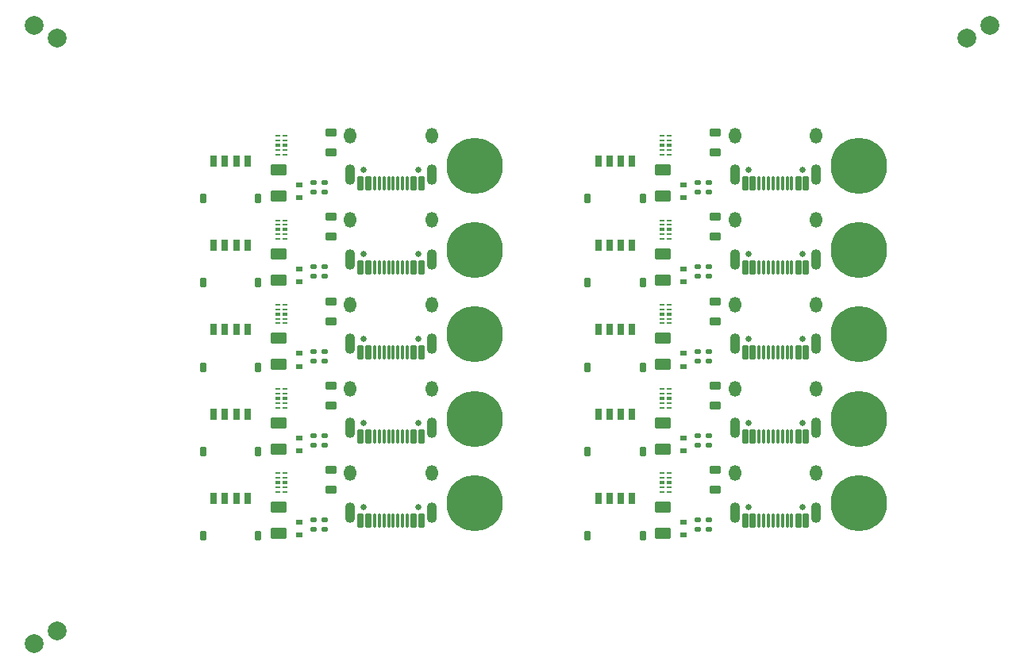
<source format=gts>
G04 #@! TF.GenerationSoftware,KiCad,Pcbnew,7.0.9*
G04 #@! TF.CreationDate,2023-11-11T11:45:37+01:00*
G04 #@! TF.ProjectId,udb-s-panel,7564622d-732d-4706-916e-656c2e6b6963,rev?*
G04 #@! TF.SameCoordinates,Original*
G04 #@! TF.FileFunction,Soldermask,Top*
G04 #@! TF.FilePolarity,Negative*
%FSLAX46Y46*%
G04 Gerber Fmt 4.6, Leading zero omitted, Abs format (unit mm)*
G04 Created by KiCad (PCBNEW 7.0.9) date 2023-11-11 11:45:37*
%MOMM*%
%LPD*%
G01*
G04 APERTURE LIST*
G04 Aperture macros list*
%AMRoundRect*
0 Rectangle with rounded corners*
0 $1 Rounding radius*
0 $2 $3 $4 $5 $6 $7 $8 $9 X,Y pos of 4 corners*
0 Add a 4 corners polygon primitive as box body*
4,1,4,$2,$3,$4,$5,$6,$7,$8,$9,$2,$3,0*
0 Add four circle primitives for the rounded corners*
1,1,$1+$1,$2,$3*
1,1,$1+$1,$4,$5*
1,1,$1+$1,$6,$7*
1,1,$1+$1,$8,$9*
0 Add four rect primitives between the rounded corners*
20,1,$1+$1,$2,$3,$4,$5,0*
20,1,$1+$1,$4,$5,$6,$7,0*
20,1,$1+$1,$6,$7,$8,$9,0*
20,1,$1+$1,$8,$9,$2,$3,0*%
G04 Aperture macros list end*
%ADD10RoundRect,0.135000X0.185000X-0.135000X0.185000X0.135000X-0.185000X0.135000X-0.185000X-0.135000X0*%
%ADD11RoundRect,0.135000X-0.185000X0.135000X-0.185000X-0.135000X0.185000X-0.135000X0.185000X0.135000X0*%
%ADD12C,3.600000*%
%ADD13C,6.000000*%
%ADD14RoundRect,0.218750X-0.381250X0.218750X-0.381250X-0.218750X0.381250X-0.218750X0.381250X0.218750X0*%
%ADD15RoundRect,0.250000X0.625000X-0.375000X0.625000X0.375000X-0.625000X0.375000X-0.625000X-0.375000X0*%
%ADD16RoundRect,0.125000X-0.150000X0.000000X-0.150000X0.000000X0.150000X0.000000X0.150000X0.000000X0*%
%ADD17R,0.550000X0.250000*%
%ADD18R,0.550000X0.300000*%
%ADD19C,2.000000*%
%ADD20C,0.650000*%
%ADD21RoundRect,0.060000X0.240000X0.665000X-0.240000X0.665000X-0.240000X-0.665000X0.240000X-0.665000X0*%
%ADD22RoundRect,0.060000X0.090000X0.665000X-0.090000X0.665000X-0.090000X-0.665000X0.090000X-0.665000X0*%
%ADD23O,1.100000X2.200000*%
%ADD24O,1.300000X1.700000*%
%ADD25R,0.700000X0.600000*%
%ADD26RoundRect,0.100000X-0.250000X-0.400000X0.250000X-0.400000X0.250000X0.400000X-0.250000X0.400000X0*%
%ADD27RoundRect,0.125000X-0.250000X-0.475000X0.250000X-0.475000X0.250000X0.475000X-0.250000X0.475000X0*%
G04 APERTURE END LIST*
D10*
G04 #@! TO.C,R1*
X33517352Y32667505D03*
X33517352Y33687505D03*
G04 #@! TD*
D11*
G04 #@! TO.C,R2*
X73317353Y24687503D03*
X73317353Y23667503D03*
G04 #@! TD*
D12*
G04 #@! TO.C,H1*
X49498602Y26500003D03*
D13*
X49498602Y26500003D03*
G04 #@! TD*
D14*
G04 #@! TO.C,FB1*
X34217352Y48040007D03*
X34217352Y45915007D03*
G04 #@! TD*
D15*
G04 #@! TO.C,F1*
X28617352Y32277505D03*
X28617352Y35077505D03*
G04 #@! TD*
D14*
G04 #@! TO.C,FB1*
X75217353Y57040009D03*
X75217353Y54915009D03*
G04 #@! TD*
D16*
G04 #@! TO.C,U1*
X69532353Y38677505D03*
D17*
X69532353Y38177505D03*
D18*
X69532353Y37677505D03*
D17*
X69532353Y37177505D03*
X69532353Y36677505D03*
X70302353Y36677505D03*
X70302353Y37177505D03*
D18*
X70302353Y37677505D03*
D17*
X70302353Y38177505D03*
X70302353Y38677505D03*
G04 #@! TD*
D12*
G04 #@! TO.C,H1*
X49498602Y35500005D03*
D13*
X49498602Y35500005D03*
G04 #@! TD*
D16*
G04 #@! TO.C,U1*
X28532352Y56677509D03*
D17*
X28532352Y56177509D03*
D18*
X28532352Y55677509D03*
D17*
X28532352Y55177509D03*
X28532352Y54677509D03*
X29302352Y54677509D03*
X29302352Y55177509D03*
D18*
X29302352Y55677509D03*
D17*
X29302352Y56177509D03*
X29302352Y56677509D03*
G04 #@! TD*
D19*
G04 #@! TO.C,KiKit_TO_1*
X2500000Y68500010D03*
G04 #@! TD*
D20*
G04 #@! TO.C,J1*
X84488603Y17050001D03*
X78708603Y17050001D03*
D21*
X84823603Y15605001D03*
X84048603Y15605001D03*
D22*
X82848603Y15605001D03*
X81848603Y15605001D03*
X81348603Y15605001D03*
X80348603Y15605001D03*
D21*
X78373603Y15605001D03*
X79148603Y15605001D03*
D22*
X79848603Y15605001D03*
X80848603Y15605001D03*
X82348603Y15605001D03*
X83348603Y15605001D03*
D23*
X85918603Y16520001D03*
D24*
X85918603Y20700001D03*
D23*
X77278603Y16520001D03*
D24*
X77278603Y20700001D03*
G04 #@! TD*
D20*
G04 #@! TO.C,J1*
X43488602Y44050007D03*
X37708602Y44050007D03*
D21*
X43823602Y42605007D03*
X43048602Y42605007D03*
D22*
X41848602Y42605007D03*
X40848602Y42605007D03*
X40348602Y42605007D03*
X39348602Y42605007D03*
D21*
X37373602Y42605007D03*
X38148602Y42605007D03*
D22*
X38848602Y42605007D03*
X39848602Y42605007D03*
X41348602Y42605007D03*
X42348602Y42605007D03*
D23*
X44918602Y43520007D03*
D24*
X44918602Y47700007D03*
D23*
X36278602Y43520007D03*
D24*
X36278602Y47700007D03*
G04 #@! TD*
D12*
G04 #@! TO.C,H1*
X90498603Y53500009D03*
D13*
X90498603Y53500009D03*
G04 #@! TD*
D16*
G04 #@! TO.C,U1*
X69532353Y47677507D03*
D17*
X69532353Y47177507D03*
D18*
X69532353Y46677507D03*
D17*
X69532353Y46177507D03*
X69532353Y45677507D03*
X70302353Y45677507D03*
X70302353Y46177507D03*
D18*
X70302353Y46677507D03*
D17*
X70302353Y47177507D03*
X70302353Y47677507D03*
G04 #@! TD*
D25*
G04 #@! TO.C,D1*
X71817353Y14077501D03*
X71817353Y15477501D03*
G04 #@! TD*
D15*
G04 #@! TO.C,F1*
X69617353Y32277505D03*
X69617353Y35077505D03*
G04 #@! TD*
D20*
G04 #@! TO.C,J1*
X84488603Y44050007D03*
X78708603Y44050007D03*
D21*
X84823603Y42605007D03*
X84048603Y42605007D03*
D22*
X82848603Y42605007D03*
X81848603Y42605007D03*
X81348603Y42605007D03*
X80348603Y42605007D03*
D21*
X78373603Y42605007D03*
X79148603Y42605007D03*
D22*
X79848603Y42605007D03*
X80848603Y42605007D03*
X82348603Y42605007D03*
X83348603Y42605007D03*
D23*
X85918603Y43520007D03*
D24*
X85918603Y47700007D03*
D23*
X77278603Y43520007D03*
D24*
X77278603Y47700007D03*
G04 #@! TD*
D26*
G04 #@! TO.C,J2*
X20548602Y32000005D03*
D27*
X21698602Y36000005D03*
X22898602Y36000005D03*
X24098602Y36000005D03*
X25298602Y36000005D03*
D26*
X26448602Y32000005D03*
G04 #@! TD*
G04 #@! TO.C,J2*
X61548603Y41000007D03*
D27*
X62698603Y45000007D03*
X63898603Y45000007D03*
X65098603Y45000007D03*
X66298603Y45000007D03*
D26*
X67448603Y41000007D03*
G04 #@! TD*
G04 #@! TO.C,J2*
X20548602Y50000009D03*
D27*
X21698602Y54000009D03*
X22898602Y54000009D03*
X24098602Y54000009D03*
X25298602Y54000009D03*
D26*
X26448602Y50000009D03*
G04 #@! TD*
D14*
G04 #@! TO.C,FB1*
X75217353Y21040001D03*
X75217353Y18915001D03*
G04 #@! TD*
D26*
G04 #@! TO.C,J2*
X20548602Y14000001D03*
D27*
X21698602Y18000001D03*
X22898602Y18000001D03*
X24098602Y18000001D03*
X25298602Y18000001D03*
D26*
X26448602Y14000001D03*
G04 #@! TD*
D10*
G04 #@! TO.C,R1*
X33517352Y14667501D03*
X33517352Y15687501D03*
G04 #@! TD*
D11*
G04 #@! TO.C,R2*
X32317352Y51687509D03*
X32317352Y50667509D03*
G04 #@! TD*
D25*
G04 #@! TO.C,D1*
X71817353Y32077505D03*
X71817353Y33477505D03*
G04 #@! TD*
D20*
G04 #@! TO.C,J1*
X43488602Y35050005D03*
X37708602Y35050005D03*
D21*
X43823602Y33605005D03*
X43048602Y33605005D03*
D22*
X41848602Y33605005D03*
X40848602Y33605005D03*
X40348602Y33605005D03*
X39348602Y33605005D03*
D21*
X37373602Y33605005D03*
X38148602Y33605005D03*
D22*
X38848602Y33605005D03*
X39848602Y33605005D03*
X41348602Y33605005D03*
X42348602Y33605005D03*
D23*
X44918602Y34520005D03*
D24*
X44918602Y38700005D03*
D23*
X36278602Y34520005D03*
D24*
X36278602Y38700005D03*
G04 #@! TD*
D10*
G04 #@! TO.C,R1*
X33517352Y23667503D03*
X33517352Y24687503D03*
G04 #@! TD*
G04 #@! TO.C,R1*
X74517353Y32667505D03*
X74517353Y33687505D03*
G04 #@! TD*
G04 #@! TO.C,R1*
X33517352Y50667509D03*
X33517352Y51687509D03*
G04 #@! TD*
D26*
G04 #@! TO.C,J2*
X61548603Y50000009D03*
D27*
X62698603Y54000009D03*
X63898603Y54000009D03*
X65098603Y54000009D03*
X66298603Y54000009D03*
D26*
X67448603Y50000009D03*
G04 #@! TD*
D10*
G04 #@! TO.C,R1*
X74517353Y41667507D03*
X74517353Y42687507D03*
G04 #@! TD*
D14*
G04 #@! TO.C,FB1*
X34217352Y39040005D03*
X34217352Y36915005D03*
G04 #@! TD*
D16*
G04 #@! TO.C,U1*
X28532352Y47677507D03*
D17*
X28532352Y47177507D03*
D18*
X28532352Y46677507D03*
D17*
X28532352Y46177507D03*
X28532352Y45677507D03*
X29302352Y45677507D03*
X29302352Y46177507D03*
D18*
X29302352Y46677507D03*
D17*
X29302352Y47177507D03*
X29302352Y47677507D03*
G04 #@! TD*
D15*
G04 #@! TO.C,F1*
X69617353Y14277501D03*
X69617353Y17077501D03*
G04 #@! TD*
D12*
G04 #@! TO.C,H1*
X90498603Y26500003D03*
D13*
X90498603Y26500003D03*
G04 #@! TD*
D20*
G04 #@! TO.C,J1*
X84488603Y35050005D03*
X78708603Y35050005D03*
D21*
X84823603Y33605005D03*
X84048603Y33605005D03*
D22*
X82848603Y33605005D03*
X81848603Y33605005D03*
X81348603Y33605005D03*
X80348603Y33605005D03*
D21*
X78373603Y33605005D03*
X79148603Y33605005D03*
D22*
X79848603Y33605005D03*
X80848603Y33605005D03*
X82348603Y33605005D03*
X83348603Y33605005D03*
D23*
X85918603Y34520005D03*
D24*
X85918603Y38700005D03*
D23*
X77278603Y34520005D03*
D24*
X77278603Y38700005D03*
G04 #@! TD*
D10*
G04 #@! TO.C,R1*
X33517352Y41667507D03*
X33517352Y42687507D03*
G04 #@! TD*
D25*
G04 #@! TO.C,D1*
X30817352Y50077509D03*
X30817352Y51477509D03*
G04 #@! TD*
D11*
G04 #@! TO.C,R2*
X32317352Y33687505D03*
X32317352Y32667505D03*
G04 #@! TD*
G04 #@! TO.C,R2*
X73317353Y15687501D03*
X73317353Y14667501D03*
G04 #@! TD*
D25*
G04 #@! TO.C,D1*
X30817352Y32077505D03*
X30817352Y33477505D03*
G04 #@! TD*
D11*
G04 #@! TO.C,R2*
X32317352Y24687503D03*
X32317352Y23667503D03*
G04 #@! TD*
D19*
G04 #@! TO.C,KiKit_FID_T_2*
X101997204Y67150010D03*
G04 #@! TD*
D11*
G04 #@! TO.C,R2*
X32317352Y15687501D03*
X32317352Y14667501D03*
G04 #@! TD*
G04 #@! TO.C,R2*
X73317353Y51687509D03*
X73317353Y50667509D03*
G04 #@! TD*
D14*
G04 #@! TO.C,FB1*
X34217352Y21040001D03*
X34217352Y18915001D03*
G04 #@! TD*
D16*
G04 #@! TO.C,U1*
X69532353Y29677503D03*
D17*
X69532353Y29177503D03*
D18*
X69532353Y28677503D03*
D17*
X69532353Y28177503D03*
X69532353Y27677503D03*
X70302353Y27677503D03*
X70302353Y28177503D03*
D18*
X70302353Y28677503D03*
D17*
X70302353Y29177503D03*
X70302353Y29677503D03*
G04 #@! TD*
D11*
G04 #@! TO.C,R2*
X73317353Y42687507D03*
X73317353Y41667507D03*
G04 #@! TD*
D25*
G04 #@! TO.C,D1*
X30817352Y41077507D03*
X30817352Y42477507D03*
G04 #@! TD*
D10*
G04 #@! TO.C,R1*
X74517353Y23667503D03*
X74517353Y24687503D03*
G04 #@! TD*
D19*
G04 #@! TO.C,KiKit_FID_T_1*
X5000000Y67150010D03*
G04 #@! TD*
D15*
G04 #@! TO.C,F1*
X28617352Y14277501D03*
X28617352Y17077501D03*
G04 #@! TD*
D26*
G04 #@! TO.C,J2*
X20548602Y41000007D03*
D27*
X21698602Y45000007D03*
X22898602Y45000007D03*
X24098602Y45000007D03*
X25298602Y45000007D03*
D26*
X26448602Y41000007D03*
G04 #@! TD*
D20*
G04 #@! TO.C,J1*
X84488603Y53050009D03*
X78708603Y53050009D03*
D21*
X84823603Y51605009D03*
X84048603Y51605009D03*
D22*
X82848603Y51605009D03*
X81848603Y51605009D03*
X81348603Y51605009D03*
X80348603Y51605009D03*
D21*
X78373603Y51605009D03*
X79148603Y51605009D03*
D22*
X79848603Y51605009D03*
X80848603Y51605009D03*
X82348603Y51605009D03*
X83348603Y51605009D03*
D23*
X85918603Y52520009D03*
D24*
X85918603Y56700009D03*
D23*
X77278603Y52520009D03*
D24*
X77278603Y56700009D03*
G04 #@! TD*
D16*
G04 #@! TO.C,U1*
X28532352Y29677503D03*
D17*
X28532352Y29177503D03*
D18*
X28532352Y28677503D03*
D17*
X28532352Y28177503D03*
X28532352Y27677503D03*
X29302352Y27677503D03*
X29302352Y28177503D03*
D18*
X29302352Y28677503D03*
D17*
X29302352Y29177503D03*
X29302352Y29677503D03*
G04 #@! TD*
D26*
G04 #@! TO.C,J2*
X61548603Y32000005D03*
D27*
X62698603Y36000005D03*
X63898603Y36000005D03*
X65098603Y36000005D03*
X66298603Y36000005D03*
D26*
X67448603Y32000005D03*
G04 #@! TD*
D12*
G04 #@! TO.C,H1*
X49498602Y17500001D03*
D13*
X49498602Y17500001D03*
G04 #@! TD*
D15*
G04 #@! TO.C,F1*
X28617352Y50277509D03*
X28617352Y53077509D03*
G04 #@! TD*
D26*
G04 #@! TO.C,J2*
X61548603Y23000003D03*
D27*
X62698603Y27000003D03*
X63898603Y27000003D03*
X65098603Y27000003D03*
X66298603Y27000003D03*
D26*
X67448603Y23000003D03*
G04 #@! TD*
D15*
G04 #@! TO.C,F1*
X69617353Y41277507D03*
X69617353Y44077507D03*
G04 #@! TD*
D20*
G04 #@! TO.C,J1*
X43488602Y26050003D03*
X37708602Y26050003D03*
D21*
X43823602Y24605003D03*
X43048602Y24605003D03*
D22*
X41848602Y24605003D03*
X40848602Y24605003D03*
X40348602Y24605003D03*
X39348602Y24605003D03*
D21*
X37373602Y24605003D03*
X38148602Y24605003D03*
D22*
X38848602Y24605003D03*
X39848602Y24605003D03*
X41348602Y24605003D03*
X42348602Y24605003D03*
D23*
X44918602Y25520003D03*
D24*
X44918602Y29700003D03*
D23*
X36278602Y25520003D03*
D24*
X36278602Y29700003D03*
G04 #@! TD*
D20*
G04 #@! TO.C,J1*
X43488602Y53050009D03*
X37708602Y53050009D03*
D21*
X43823602Y51605009D03*
X43048602Y51605009D03*
D22*
X41848602Y51605009D03*
X40848602Y51605009D03*
X40348602Y51605009D03*
X39348602Y51605009D03*
D21*
X37373602Y51605009D03*
X38148602Y51605009D03*
D22*
X38848602Y51605009D03*
X39848602Y51605009D03*
X41348602Y51605009D03*
X42348602Y51605009D03*
D23*
X44918602Y52520009D03*
D24*
X44918602Y56700009D03*
D23*
X36278602Y52520009D03*
D24*
X36278602Y56700009D03*
G04 #@! TD*
D12*
G04 #@! TO.C,H1*
X49498602Y53500009D03*
D13*
X49498602Y53500009D03*
G04 #@! TD*
D12*
G04 #@! TO.C,H1*
X90498603Y35500005D03*
D13*
X90498603Y35500005D03*
G04 #@! TD*
D14*
G04 #@! TO.C,FB1*
X75217353Y39040005D03*
X75217353Y36915005D03*
G04 #@! TD*
D25*
G04 #@! TO.C,D1*
X71817353Y41077507D03*
X71817353Y42477507D03*
G04 #@! TD*
D14*
G04 #@! TO.C,FB1*
X75217353Y30040003D03*
X75217353Y27915003D03*
G04 #@! TD*
D10*
G04 #@! TO.C,R1*
X74517353Y14667501D03*
X74517353Y15687501D03*
G04 #@! TD*
D19*
G04 #@! TO.C,KiKit_FID_T_3*
X5000000Y3850000D03*
G04 #@! TD*
G04 #@! TO.C,KiKit_TO_2*
X104497204Y68500010D03*
G04 #@! TD*
D26*
G04 #@! TO.C,J2*
X20548602Y23000003D03*
D27*
X21698602Y27000003D03*
X22898602Y27000003D03*
X24098602Y27000003D03*
X25298602Y27000003D03*
D26*
X26448602Y23000003D03*
G04 #@! TD*
D11*
G04 #@! TO.C,R2*
X32317352Y42687507D03*
X32317352Y41667507D03*
G04 #@! TD*
D16*
G04 #@! TO.C,U1*
X28532352Y20677501D03*
D17*
X28532352Y20177501D03*
D18*
X28532352Y19677501D03*
D17*
X28532352Y19177501D03*
X28532352Y18677501D03*
X29302352Y18677501D03*
X29302352Y19177501D03*
D18*
X29302352Y19677501D03*
D17*
X29302352Y20177501D03*
X29302352Y20677501D03*
G04 #@! TD*
D15*
G04 #@! TO.C,F1*
X69617353Y50277509D03*
X69617353Y53077509D03*
G04 #@! TD*
D10*
G04 #@! TO.C,R1*
X74517353Y50667509D03*
X74517353Y51687509D03*
G04 #@! TD*
D25*
G04 #@! TO.C,D1*
X30817352Y14077501D03*
X30817352Y15477501D03*
G04 #@! TD*
D16*
G04 #@! TO.C,U1*
X69532353Y56677509D03*
D17*
X69532353Y56177509D03*
D18*
X69532353Y55677509D03*
D17*
X69532353Y55177509D03*
X69532353Y54677509D03*
X70302353Y54677509D03*
X70302353Y55177509D03*
D18*
X70302353Y55677509D03*
D17*
X70302353Y56177509D03*
X70302353Y56677509D03*
G04 #@! TD*
D20*
G04 #@! TO.C,J1*
X43488602Y17050001D03*
X37708602Y17050001D03*
D21*
X43823602Y15605001D03*
X43048602Y15605001D03*
D22*
X41848602Y15605001D03*
X40848602Y15605001D03*
X40348602Y15605001D03*
X39348602Y15605001D03*
D21*
X37373602Y15605001D03*
X38148602Y15605001D03*
D22*
X38848602Y15605001D03*
X39848602Y15605001D03*
X41348602Y15605001D03*
X42348602Y15605001D03*
D23*
X44918602Y16520001D03*
D24*
X44918602Y20700001D03*
D23*
X36278602Y16520001D03*
D24*
X36278602Y20700001D03*
G04 #@! TD*
D11*
G04 #@! TO.C,R2*
X73317353Y33687505D03*
X73317353Y32667505D03*
G04 #@! TD*
D15*
G04 #@! TO.C,F1*
X28617352Y41277507D03*
X28617352Y44077507D03*
G04 #@! TD*
D26*
G04 #@! TO.C,J2*
X61548603Y14000001D03*
D27*
X62698603Y18000001D03*
X63898603Y18000001D03*
X65098603Y18000001D03*
X66298603Y18000001D03*
D26*
X67448603Y14000001D03*
G04 #@! TD*
D25*
G04 #@! TO.C,D1*
X30817352Y23077503D03*
X30817352Y24477503D03*
G04 #@! TD*
D12*
G04 #@! TO.C,H1*
X90498603Y44500007D03*
D13*
X90498603Y44500007D03*
G04 #@! TD*
D19*
G04 #@! TO.C,KiKit_TO_3*
X2500000Y2500000D03*
G04 #@! TD*
D16*
G04 #@! TO.C,U1*
X28532352Y38677505D03*
D17*
X28532352Y38177505D03*
D18*
X28532352Y37677505D03*
D17*
X28532352Y37177505D03*
X28532352Y36677505D03*
X29302352Y36677505D03*
X29302352Y37177505D03*
D18*
X29302352Y37677505D03*
D17*
X29302352Y38177505D03*
X29302352Y38677505D03*
G04 #@! TD*
D15*
G04 #@! TO.C,F1*
X28617352Y23277503D03*
X28617352Y26077503D03*
G04 #@! TD*
D16*
G04 #@! TO.C,U1*
X69532353Y20677501D03*
D17*
X69532353Y20177501D03*
D18*
X69532353Y19677501D03*
D17*
X69532353Y19177501D03*
X69532353Y18677501D03*
X70302353Y18677501D03*
X70302353Y19177501D03*
D18*
X70302353Y19677501D03*
D17*
X70302353Y20177501D03*
X70302353Y20677501D03*
G04 #@! TD*
D25*
G04 #@! TO.C,D1*
X71817353Y23077503D03*
X71817353Y24477503D03*
G04 #@! TD*
D12*
G04 #@! TO.C,H1*
X49498602Y44500007D03*
D13*
X49498602Y44500007D03*
G04 #@! TD*
D14*
G04 #@! TO.C,FB1*
X34217352Y57040009D03*
X34217352Y54915009D03*
G04 #@! TD*
D20*
G04 #@! TO.C,J1*
X84488603Y26050003D03*
X78708603Y26050003D03*
D21*
X84823603Y24605003D03*
X84048603Y24605003D03*
D22*
X82848603Y24605003D03*
X81848603Y24605003D03*
X81348603Y24605003D03*
X80348603Y24605003D03*
D21*
X78373603Y24605003D03*
X79148603Y24605003D03*
D22*
X79848603Y24605003D03*
X80848603Y24605003D03*
X82348603Y24605003D03*
X83348603Y24605003D03*
D23*
X85918603Y25520003D03*
D24*
X85918603Y29700003D03*
D23*
X77278603Y25520003D03*
D24*
X77278603Y29700003D03*
G04 #@! TD*
D14*
G04 #@! TO.C,FB1*
X75217353Y48040007D03*
X75217353Y45915007D03*
G04 #@! TD*
D25*
G04 #@! TO.C,D1*
X71817353Y50077509D03*
X71817353Y51477509D03*
G04 #@! TD*
D14*
G04 #@! TO.C,FB1*
X34217352Y30040003D03*
X34217352Y27915003D03*
G04 #@! TD*
D15*
G04 #@! TO.C,F1*
X69617353Y23277503D03*
X69617353Y26077503D03*
G04 #@! TD*
D12*
G04 #@! TO.C,H1*
X90498603Y17500001D03*
D13*
X90498603Y17500001D03*
G04 #@! TD*
M02*

</source>
